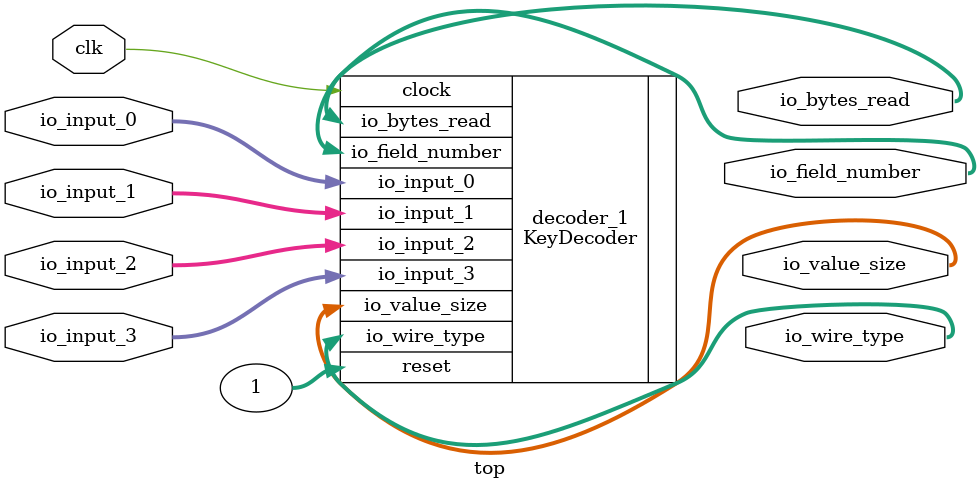
<source format=v>
`include "KeyDecoder.v"

module top(input clk,
           input [7:0] io_input_0,
           input  [7:0]  io_input_1,
           input  [7:0]  io_input_2,
           input  [7:0]  io_input_3,
           output [2:0]  io_wire_type,
           output [7:0]  io_field_number,
           output [7:0]  io_bytes_read,
           output [15:0] io_value_size);

    KeyDecoder decoder_1(
        .reset(1),
        .clock(clk),
        .io_input_0(io_input_0),
        .io_input_1(io_input_1),
        .io_input_2(io_input_2),
        .io_input_3(io_input_3),

        .io_wire_type(io_wire_type),
        .io_field_number(io_field_number),
        .io_bytes_read(io_bytes_read),
        .io_value_size(io_value_size)
    );

endmodule : top


</source>
